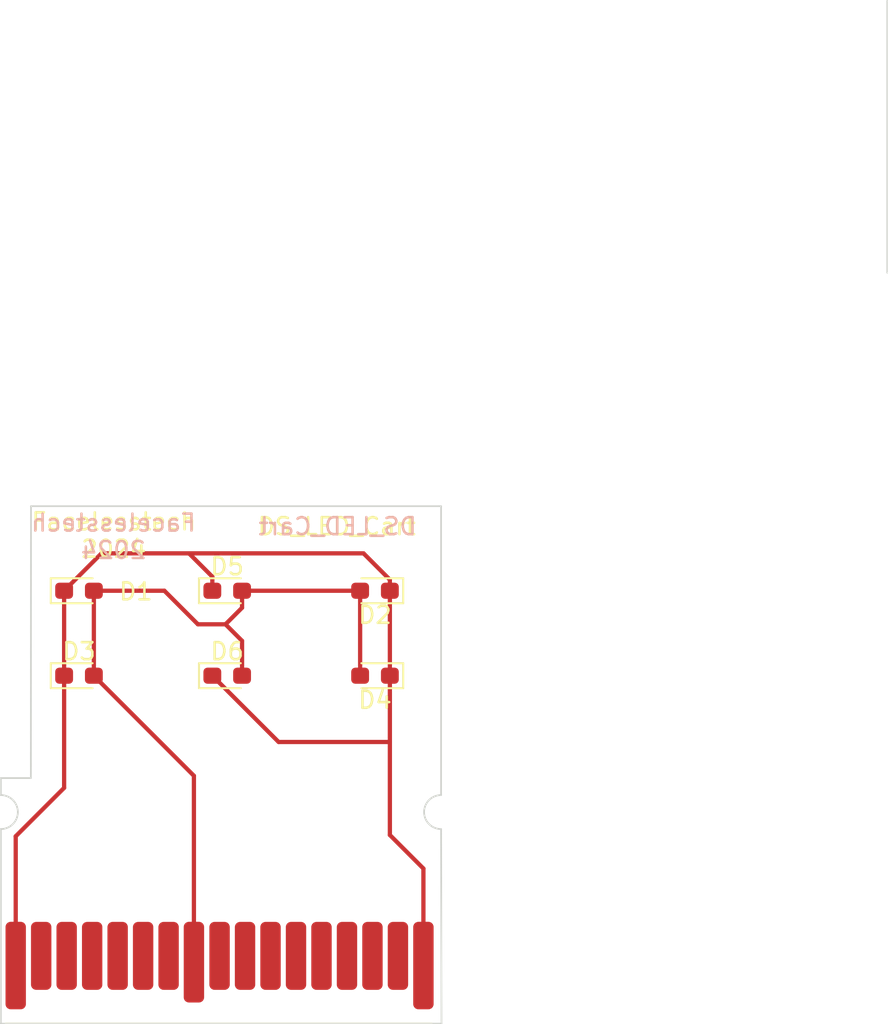
<source format=kicad_pcb>
(kicad_pcb (version 20221018) (generator pcbnew)
  (layers (0 "F.Cu" signal) (31 "B.Cu" signal) (34 "B.Paste" user) (35 "F.Paste" user) (36 "B.SilkS" user "B.Silkscreen") (37 "F.SilkS" user "F.Silkscreen") (38 "B.Mask" user) (39 "F.Mask" user) (44 "Edge.Cuts" user))
  (net 0 "")
  (net 1 "Net-(D1-K)")
  (net 2 "Net-(D1-A)")
  (footprint "LED_SMD:LED_0603_1608Metric_Pad1.05x0.95mm_HandSolder" (layer "F.Cu") (at 126.12 99.715)
    (fp_text reference "D3" (at 0 -1.43) (layer "F.SilkS"))
    (fp_text value "LED")
    (fp_line (start -1.66 -0.735) (end -1.66 0.735) (stroke (width 0.12)) (layer "F.SilkS"))
    (fp_line (start -1.66 0.735) (end 0.8 0.735) (stroke (width 0.12)) (layer "F.SilkS"))
    (fp_line (start 0.8 -0.735) (end -1.66 -0.735) (stroke (width 0.12)) (layer "F.SilkS"))
    (pad "1" smd roundrect (at -0.875 0) (size 1.05 0.95) (layers "F.Cu" "F.Paste" "F.Mask") (net 1 "Net-(D1-K)"))
    (pad "2" smd roundrect (at 0.875 0) (size 1.05 0.95) (layers "F.Cu" "F.Paste" "F.Mask") (net 2 "Net-(D1-A)"))
  )
  (footprint "LED_SMD:LED_0603_1608Metric_Pad1.05x0.95mm_HandSolder" (layer "F.Cu") (at 143.545 99.715 180)
    (fp_text reference "D4" (at 0 -1.43) (layer "F.SilkS"))
    (fp_text value "LED")
    (fp_line (start -1.66 -0.735) (end -1.66 0.735) (stroke (width 0.12)) (layer "F.SilkS"))
    (fp_line (start -1.66 0.735) (end 0.8 0.735) (stroke (width 0.12)) (layer "F.SilkS"))
    (fp_line (start 0.8 -0.735) (end -1.66 -0.735) (stroke (width 0.12)) (layer "F.SilkS"))
    (pad "1" smd roundrect (at -0.875 0 180) (size 1.05 0.95) (layers "F.Cu" "F.Paste" "F.Mask") (net 1 "Net-(D1-K)"))
    (pad "2" smd roundrect (at 0.875 0 180) (size 1.05 0.95) (layers "F.Cu" "F.Paste" "F.Mask") (net 2 "Net-(D1-A)"))
  )
  (footprint "LED_SMD:LED_0603_1608Metric_Pad1.05x0.95mm_HandSolder" (layer "F.Cu") (at 143.545 94.715 180)
    (fp_text reference "D2" (at 0 -1.43) (layer "F.SilkS"))
    (fp_text value "LED")
    (fp_line (start -1.66 -0.735) (end -1.66 0.735) (stroke (width 0.12)) (layer "F.SilkS"))
    (fp_line (start -1.66 0.735) (end 0.8 0.735) (stroke (width 0.12)) (layer "F.SilkS"))
    (fp_line (start 0.8 -0.735) (end -1.66 -0.735) (stroke (width 0.12)) (layer "F.SilkS"))
    (pad "1" smd roundrect (at -0.875 0 180) (size 1.05 0.95) (layers "F.Cu" "F.Paste" "F.Mask") (net 1 "Net-(D1-K)"))
    (pad "2" smd roundrect (at 0.875 0 180) (size 1.05 0.95) (layers "F.Cu" "F.Paste" "F.Mask") (net 2 "Net-(D1-A)"))
  )
  (footprint "LED_SMD:LED_0603_1608Metric_Pad1.05x0.95mm_HandSolder" (layer "F.Cu") (at 126.12 94.715)
    (fp_text reference "D1" (at 3.35 0.05) (layer "F.SilkS"))
    (fp_text value "LED")
    (fp_line (start -1.66 -0.735) (end -1.66 0.735) (stroke (width 0.12)) (layer "F.SilkS"))
    (fp_line (start -1.66 0.735) (end 0.8 0.735) (stroke (width 0.12)) (layer "F.SilkS"))
    (fp_line (start 0.8 -0.735) (end -1.66 -0.735) (stroke (width 0.12)) (layer "F.SilkS"))
    (pad "1" smd roundrect (at -0.875 0) (size 1.05 0.95) (layers "F.Cu" "F.Paste" "F.Mask") (net 1 "Net-(D1-K)"))
    (pad "2" smd roundrect (at 0.875 0) (size 1.05 0.95) (layers "F.Cu" "F.Paste" "F.Mask") (net 2 "Net-(D1-A)"))
  )
  (footprint "LED_SMD:LED_0603_1608Metric_Pad1.05x0.95mm_HandSolder" (layer "F.Cu") (at 134.845 94.715)
    (fp_text reference "D5" (at 0 -1.43) (layer "F.SilkS"))
    (fp_text value "LED")
    (fp_line (start -1.66 -0.735) (end -1.66 0.735) (stroke (width 0.12)) (layer "F.SilkS"))
    (fp_line (start -1.66 0.735) (end 0.8 0.735) (stroke (width 0.12)) (layer "F.SilkS"))
    (fp_line (start 0.8 -0.735) (end -1.66 -0.735) (stroke (width 0.12)) (layer "F.SilkS"))
    (pad "1" smd roundrect (at -0.875 0) (size 1.05 0.95) (layers "F.Cu" "F.Paste" "F.Mask") (net 1 "Net-(D1-K)"))
    (pad "2" smd roundrect (at 0.875 0) (size 1.05 0.95) (layers "F.Cu" "F.Paste" "F.Mask") (net 2 "Net-(D1-A)"))
  )
  (footprint "custom_connectors:ds_cart_pins" (layer "F.Cu") (at 134.405 116.2125)
    (fp_text reference "U1" hide)
    (fp_text value "~")
    (fp_line (start -12.61 3.97) (end 12.49 3.97) (stroke (width 0.1)) (layer "F.SilkS"))
    (pad "1" smd roundrect (at -12.01 0.56) (size 1.2 5.15) (layers "F.Cu" "F.Paste" "F.Mask") (net 1 "Net-(D1-K)"))
    (pad "2" smd roundrect (at -10.51 -0.01) (size 1.2 4) (layers "F.Cu" "F.Paste" "F.Mask"))
    (pad "3" smd roundrect (at -9.01 -0.01) (size 1.2 4) (layers "F.Cu" "F.Paste" "F.Mask"))
    (pad "4" smd roundrect (at -7.51 -0.01) (size 1.2 4) (layers "F.Cu" "F.Paste" "F.Mask"))
    (pad "5" smd roundrect (at -6.01 -0.01) (size 1.2 4) (layers "F.Cu" "F.Paste" "F.Mask"))
    (pad "6" smd roundrect (at -4.51 -0.01) (size 1.2 4) (layers "F.Cu" "F.Paste" "F.Mask"))
    (pad "7" smd roundrect (at -3.01 -0.01) (size 1.2 4) (layers "F.Cu" "F.Paste" "F.Mask"))
    (pad "8" smd roundrect (at -1.52 0.36) (size 1.2 4.75) (layers "F.Cu" "F.Paste" "F.Mask") (net 2 "Net-(D1-A)"))
    (pad "9" smd roundrect (at -0.01 -0.01) (size 1.2 4) (layers "F.Cu" "F.Paste" "F.Mask"))
    (pad "10" smd roundrect (at 1.49 -0.01) (size 1.2 4) (layers "F.Cu" "F.Paste" "F.Mask"))
    (pad "11" smd roundrect (at 2.99 -0.01) (size 1.2 4) (layers "F.Cu" "F.Paste" "F.Mask"))
    (pad "12" smd roundrect (at 4.49 -0.01) (size 1.2 4) (layers "F.Cu" "F.Paste" "F.Mask"))
    (pad "13" smd roundrect (at 5.99 -0.01) (size 1.2 4) (layers "F.Cu" "F.Paste" "F.Mask"))
    (pad "14" smd roundrect (at 7.49 -0.01) (size 1.2 4) (layers "F.Cu" "F.Paste" "F.Mask"))
    (pad "15" smd roundrect (at 8.99 -0.01) (size 1.2 4) (layers "F.Cu" "F.Paste" "F.Mask"))
    (pad "16" smd roundrect (at 10.49 -0.01) (size 1.2 4) (layers "F.Cu" "F.Paste" "F.Mask"))
    (pad "17" smd roundrect (at 11.99 0.56) (size 1.2 5.15) (layers "F.Cu" "F.Paste" "F.Mask") (net 1 "Net-(D1-K)"))
  )
  (footprint "LED_SMD:LED_0603_1608Metric_Pad1.05x0.95mm_HandSolder" (layer "F.Cu") (at 134.845 99.715)
    (fp_text reference "D6" (at 0 -1.43) (layer "F.SilkS"))
    (fp_text value "LED")
    (fp_line (start -1.66 -0.735) (end -1.66 0.735) (stroke (width 0.12)) (layer "F.SilkS"))
    (fp_line (start -1.66 0.735) (end 0.8 0.735) (stroke (width 0.12)) (layer "F.SilkS"))
    (fp_line (start 0.8 -0.735) (end -1.66 -0.735) (stroke (width 0.12)) (layer "F.SilkS"))
    (pad "1" smd roundrect (at -0.875 0) (size 1.05 0.95) (layers "F.Cu" "F.Paste" "F.Mask") (net 1 "Net-(D1-K)"))
    (pad "2" smd roundrect (at 0.875 0) (size 1.05 0.95) (layers "F.Cu" "F.Paste" "F.Mask") (net 2 "Net-(D1-A)"))
  )
  (gr_line (start 147.435 106.74) (end 147.435 89.74) (stroke (width 0.1)) (layer "Edge.Cuts"))
  (gr_line (start 121.52 106.74) (end 121.52 105.74) (stroke (width 0.1)) (layer "Edge.Cuts"))
  (gr_arc (start 121.52 106.74) (mid 122.52 107.74) (end 121.52 108.74) (stroke (width 0.1)) (layer "Edge.Cuts"))
  (gr_line (start 121.52 108.74) (end 121.52 120.19) (stroke (width 0.1)) (layer "Edge.Cuts"))
  (gr_line (start 123.295 89.74) (end 147.435 89.74) (stroke (width 0.1)) (layer "Edge.Cuts"))
  (gr_line (start 147.46 120.19) (end 147.435 108.74) (stroke (width 0.1)) (layer "Edge.Cuts"))
  (gr_line (start 147.46 120.19) (end 121.52 120.19) (stroke (width 0.1)) (layer "Edge.Cuts"))
  (gr_line (start 123.2875 105.74) (end 123.295 89.74) (stroke (width 0.1)) (layer "Edge.Cuts"))
  (gr_arc (start 147.435 108.74) (mid 146.435 107.74) (end 147.435 106.74) (stroke (width 0.1)) (layer "Edge.Cuts"))
  (gr_line locked (start 173.7 76) (end 173.7 60) (stroke (width 0.1)) (layer "Edge.Cuts"))
  (gr_line (start 123.2875 105.74) (end 121.52 105.74) (stroke (width 0.1)) (layer "Edge.Cuts"))
  (gr_text "Facelesstech\n2024" (at 128.145 92.915) (layer "B.SilkS") (effects (font (size 1 1)) (justify bottom mirror)))
  (gr_text "DS_LED_Cart" (at 141.345 91.515) (layer "B.SilkS") (effects (font (size 1 1)) (justify bottom mirror)))
  (gr_text "Facelesstech\n2024" (at 128.17 92.84) (layer "F.SilkS") (effects (font (size 1 1)) (justify bottom)))
  (gr_text "DS_LED_Cart" (at 141.295 91.515) (layer "F.SilkS") (effects (font (size 1 1)) (justify bottom)))
  (segment (start 133.97 99.715) (end 137.87 103.615) (width 0.25) (layer "F.Cu") (net 1))
  (segment (start 133.97 94.715) (end 133.97 93.89) (width 0.25) (layer "F.Cu") (net 1))
  (segment (start 144.42 99.715) (end 144.42 103.615) (width 0.25) (layer "F.Cu") (net 1))
  (segment (start 142.87 92.515) (end 144.42 94.065) (width 0.25) (layer "F.Cu") (net 1))
  (segment (start 146.395 111.065) (end 146.395 116.7725) (width 0.25) (layer "F.Cu") (net 1))
  (segment (start 122.395 116.7725) (end 122.395 109.165) (width 0.25) (layer "F.Cu") (net 1))
  (segment (start 125.245 94.715) (end 125.245 99.715) (width 0.25) (layer "F.Cu") (net 1))
  (segment (start 144.42 94.065) (end 144.42 94.715) (width 0.25) (layer "F.Cu") (net 1))
  (segment (start 137.87 103.615) (end 144.42 103.615) (width 0.25) (layer "F.Cu") (net 1))
  (segment (start 133.97 93.89) (end 132.595 92.515) (width 0.25) (layer "F.Cu") (net 1))
  (segment (start 144.42 103.615) (end 144.42 109.09) (width 0.25) (layer "F.Cu") (net 1))
  (segment (start 132.595 92.515) (end 142.87 92.515) (width 0.25) (layer "F.Cu") (net 1))
  (segment (start 125.245 106.315) (end 125.245 99.715) (width 0.25) (layer "F.Cu") (net 1))
  (segment (start 122.395 109.165) (end 125.245 106.315) (width 0.25) (layer "F.Cu") (net 1))
  (segment (start 127.445 92.515) (end 132.595 92.515) (width 0.25) (layer "F.Cu") (net 1))
  (segment (start 125.245 94.715) (end 127.445 92.515) (width 0.25) (layer "F.Cu") (net 1))
  (segment (start 144.42 109.09) (end 146.395 111.065) (width 0.25) (layer "F.Cu") (net 1))
  (segment (start 144.42 94.715) (end 144.42 99.715) (width 0.25) (layer "F.Cu") (net 1))
  (segment (start 126.995 94.715) (end 131.145 94.715) (width 0.25) (layer "F.Cu") (net 2))
  (segment (start 132.885 116.5725) (end 132.885 105.605) (width 0.25) (layer "F.Cu") (net 2))
  (segment (start 132.885 105.605) (end 126.995 99.715) (width 0.25) (layer "F.Cu") (net 2))
  (segment (start 135.72 94.715) (end 142.67 94.715) (width 0.25) (layer "F.Cu") (net 2))
  (segment (start 134.745 96.69) (end 135.72 95.715) (width 0.25) (layer "F.Cu") (net 2))
  (segment (start 126.995 94.715) (end 126.995 99.715) (width 0.25) (layer "F.Cu") (net 2))
  (segment (start 133.12 96.69) (end 134.745 96.69) (width 0.25) (layer "F.Cu") (net 2))
  (segment (start 131.145 94.715) (end 133.12 96.69) (width 0.25) (layer "F.Cu") (net 2))
  (segment (start 135.72 95.715) (end 135.72 94.715) (width 0.25) (layer "F.Cu") (net 2))
  (segment (start 142.67 94.715) (end 142.67 99.715) (width 0.25) (layer "F.Cu") (net 2))
  (segment (start 135.72 99.715) (end 135.72 97.665) (width 0.25) (layer "F.Cu") (net 2))
  (segment (start 135.72 97.665) (end 134.745 96.69) (width 0.25) (layer "F.Cu") (net 2))
)
</source>
